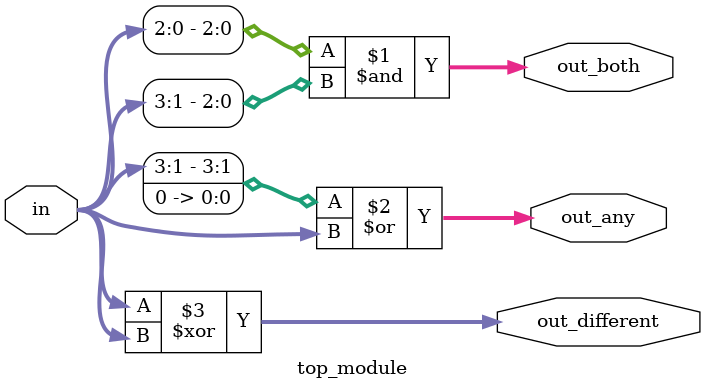
<source format=sv>
module top_module (
    input [3:0] in,
    output [2:0] out_both,
    output [3:0] out_any,
    output [3:0] out_different
);

assign out_both = in[2:0] & in[3:1];
assign out_any = {in[3:1], 1'b0} | in;
assign out_different = in ^ {in[3:1], in[0]};

endmodule

</source>
